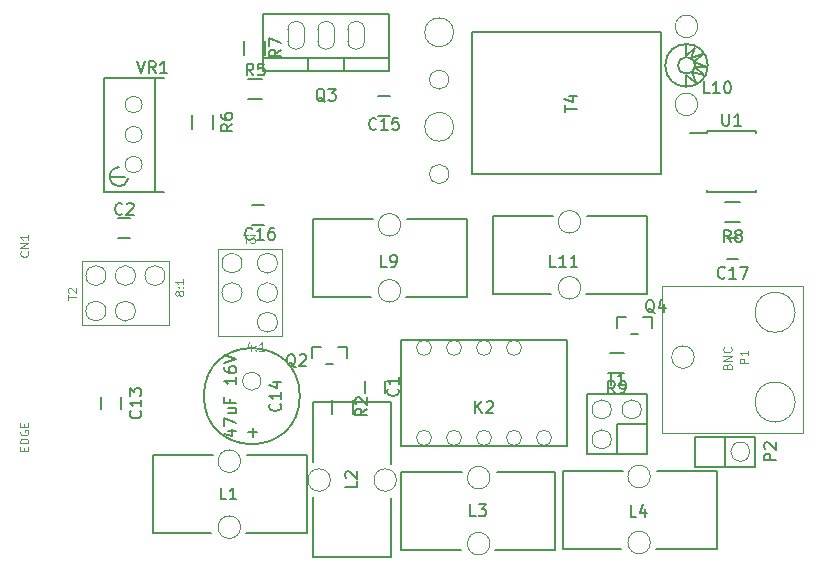
<source format=gto>
%FSLAX46Y46*%
G04 Gerber Fmt 4.6, Leading zero omitted, Abs format (unit mm)*
G04 Created by KiCad (PCBNEW (2014-10-27 BZR 5228)-product) date 13/01/2015 10:49:15*
%MOMM*%
G01*
G04 APERTURE LIST*
%ADD10C,0.100000*%
%ADD11C,0.150000*%
G04 APERTURE END LIST*
D10*
D11*
X158850000Y-69700000D02*
X158850000Y-68700000D01*
X157150000Y-68700000D02*
X157150000Y-69700000D01*
X137300000Y-54950000D02*
X136300000Y-54950000D01*
X136300000Y-56650000D02*
X137300000Y-56650000D01*
X136550000Y-71100000D02*
X136550000Y-70100000D01*
X134850000Y-70100000D02*
X134850000Y-71100000D01*
X151664000Y-70000000D02*
G75*
G03X151664000Y-70000000I-4064000J0D01*
G01*
X159300000Y-44550000D02*
X158300000Y-44550000D01*
X158300000Y-46250000D02*
X159300000Y-46250000D01*
X147600000Y-55550000D02*
X148600000Y-55550000D01*
X148600000Y-53850000D02*
X147600000Y-53850000D01*
X187800000Y-58350000D02*
X188800000Y-58350000D01*
X188800000Y-56650000D02*
X187800000Y-56650000D01*
X174259000Y-74223000D02*
X160259000Y-74223000D01*
X160259000Y-74223000D02*
X160259000Y-65223000D01*
X160259000Y-65223000D02*
X174259000Y-65223000D01*
X174259000Y-65223000D02*
X174259000Y-74223000D01*
X152300000Y-81604000D02*
X147093000Y-81604000D01*
X139219000Y-81604000D02*
X144172000Y-81604000D01*
X152300000Y-75000000D02*
X147220000Y-75000000D01*
X139219000Y-75000000D02*
X144299000Y-75000000D01*
X139219000Y-75000000D02*
X139219000Y-81604000D01*
X152300000Y-81604000D02*
X152300000Y-75000000D01*
X159404000Y-70500000D02*
X159404000Y-75707000D01*
X159404000Y-83581000D02*
X159404000Y-78628000D01*
X152800000Y-70500000D02*
X152800000Y-75580000D01*
X152800000Y-83581000D02*
X152800000Y-78501000D01*
X152800000Y-83581000D02*
X159404000Y-83581000D01*
X159404000Y-70500000D02*
X152800000Y-70500000D01*
X160200000Y-76396000D02*
X165407000Y-76396000D01*
X173281000Y-76396000D02*
X168328000Y-76396000D01*
X160200000Y-83000000D02*
X165280000Y-83000000D01*
X173281000Y-83000000D02*
X168201000Y-83000000D01*
X173281000Y-83000000D02*
X173281000Y-76396000D01*
X160200000Y-76396000D02*
X160200000Y-83000000D01*
X187000000Y-82904000D02*
X181793000Y-82904000D01*
X173919000Y-82904000D02*
X178872000Y-82904000D01*
X187000000Y-76300000D02*
X181920000Y-76300000D01*
X173919000Y-76300000D02*
X178999000Y-76300000D01*
X173919000Y-76300000D02*
X173919000Y-82904000D01*
X187000000Y-82904000D02*
X187000000Y-76300000D01*
X165862000Y-61595000D02*
X160655000Y-61595000D01*
X152781000Y-61595000D02*
X157734000Y-61595000D01*
X165862000Y-54991000D02*
X160782000Y-54991000D01*
X152781000Y-54991000D02*
X157861000Y-54991000D01*
X152781000Y-54991000D02*
X152781000Y-61595000D01*
X165862000Y-61595000D02*
X165862000Y-54991000D01*
X181102000Y-61341000D02*
X175895000Y-61341000D01*
X168021000Y-61341000D02*
X172974000Y-61341000D01*
X181102000Y-54737000D02*
X176022000Y-54737000D01*
X168021000Y-54737000D02*
X173101000Y-54737000D01*
X168021000Y-54737000D02*
X168021000Y-61341000D01*
X181102000Y-61341000D02*
X181102000Y-54737000D01*
D10*
X191900000Y-73100000D02*
X182300000Y-73100000D01*
X182300000Y-73100000D02*
X182300000Y-60700000D01*
X182300000Y-60700000D02*
X194300000Y-60700000D01*
X194300000Y-60700000D02*
X194300000Y-73100000D01*
X194300000Y-73100000D02*
X191900000Y-73100000D01*
D11*
X187700000Y-73430000D02*
X185160000Y-73430000D01*
X185160000Y-73430000D02*
X185160000Y-75970000D01*
X185160000Y-75970000D02*
X187700000Y-75970000D01*
X190240000Y-73430000D02*
X187700000Y-73430000D01*
X187700000Y-73430000D02*
X187700000Y-75970000D01*
X187700000Y-75970000D02*
X190240000Y-75970000D01*
X190240000Y-75970000D02*
X190240000Y-73430000D01*
X152678000Y-66748000D02*
X152678000Y-65848000D01*
X152678000Y-65848000D02*
X153478000Y-65848000D01*
X155678000Y-66748000D02*
X155678000Y-65848000D01*
X155678000Y-65848000D02*
X154878000Y-65848000D01*
X154478000Y-67248000D02*
X153878000Y-67248000D01*
X178500000Y-64200000D02*
X178500000Y-63300000D01*
X178500000Y-63300000D02*
X179300000Y-63300000D01*
X181500000Y-64200000D02*
X181500000Y-63300000D01*
X181500000Y-63300000D02*
X180700000Y-63300000D01*
X180300000Y-64700000D02*
X179700000Y-64700000D01*
X154425000Y-71500000D02*
X154425000Y-70300000D01*
X156175000Y-70300000D02*
X156175000Y-71500000D01*
X148500000Y-44875000D02*
X147300000Y-44875000D01*
X147300000Y-43125000D02*
X148500000Y-43125000D01*
X142525000Y-47400000D02*
X142525000Y-46200000D01*
X144275000Y-46200000D02*
X144275000Y-47400000D01*
X146925000Y-41100000D02*
X146925000Y-39900000D01*
X148675000Y-39900000D02*
X148675000Y-41100000D01*
X187700000Y-53525000D02*
X188900000Y-53525000D01*
X188900000Y-55275000D02*
X187700000Y-55275000D01*
X177900000Y-66325000D02*
X179100000Y-66325000D01*
X179100000Y-68075000D02*
X177900000Y-68075000D01*
X181040000Y-72400000D02*
X181040000Y-74940000D01*
X181040000Y-74940000D02*
X178500000Y-74940000D01*
X178500000Y-74940000D02*
X178500000Y-72400000D01*
X178500000Y-72400000D02*
X181040000Y-72400000D01*
X181040000Y-72400000D02*
X181040000Y-69860000D01*
X181040000Y-69860000D02*
X175960000Y-69860000D01*
X175960000Y-69860000D02*
X175960000Y-74940000D01*
X175960000Y-74940000D02*
X178500000Y-74940000D01*
D10*
X140600000Y-64000000D02*
X133200000Y-64000000D01*
X133200000Y-64000000D02*
X133200000Y-58600000D01*
X133200000Y-58600000D02*
X140600000Y-58600000D01*
X140600000Y-58600000D02*
X140600000Y-64000000D01*
X144723000Y-64941300D02*
X144723000Y-57541300D01*
X144723000Y-57541300D02*
X150123000Y-57541300D01*
X150123000Y-57541300D02*
X150123000Y-64941300D01*
X150123000Y-64941300D02*
X144723000Y-64941300D01*
D11*
X166261700Y-39199300D02*
X182261700Y-39199300D01*
X182261700Y-39199300D02*
X182261700Y-51199300D01*
X182261700Y-51199300D02*
X166261700Y-51199300D01*
X166261700Y-51199300D02*
X166261700Y-39199300D01*
X186126300Y-47564600D02*
X186126300Y-47709600D01*
X190276300Y-47564600D02*
X190276300Y-47709600D01*
X190276300Y-52714600D02*
X190276300Y-52569600D01*
X186126300Y-52714600D02*
X186126300Y-52569600D01*
X186126300Y-47564600D02*
X190276300Y-47564600D01*
X186126300Y-52714600D02*
X190276300Y-52714600D01*
X186126300Y-47709600D02*
X184726300Y-47709600D01*
X135568000Y-51416000D02*
X136838000Y-51416000D01*
X136317300Y-50628600D02*
X136063300Y-50666700D01*
X136063300Y-50666700D02*
X135783900Y-50844500D01*
X135783900Y-50844500D02*
X135568000Y-51162000D01*
X135568000Y-51162000D02*
X135555300Y-51606500D01*
X135555300Y-51606500D02*
X135758500Y-51962100D01*
X135758500Y-51962100D02*
X136050600Y-52139900D01*
X136050600Y-52139900D02*
X136368100Y-52190700D01*
X136368100Y-52190700D02*
X136774500Y-52089100D01*
X136774500Y-52089100D02*
X137028500Y-51746200D01*
X137028500Y-51746200D02*
X137117400Y-51568400D01*
X139378000Y-43034000D02*
X139378000Y-52686000D01*
X136330000Y-52686000D02*
X135060000Y-52686000D01*
X135060000Y-52686000D02*
X135060000Y-43034000D01*
X135060000Y-43034000D02*
X140140000Y-43034000D01*
X140140000Y-52686000D02*
X137600000Y-52686000D01*
X137600000Y-52686000D02*
X136330000Y-52686000D01*
X155417520Y-42499280D02*
X155417520Y-41356280D01*
X152369520Y-42499280D02*
X152369520Y-41356280D01*
X148559520Y-41356280D02*
X148559520Y-37673280D01*
X148559520Y-37673280D02*
X159227520Y-37673280D01*
X159227520Y-37673280D02*
X159227520Y-41356280D01*
X148559520Y-42499280D02*
X148559520Y-41356280D01*
X148559520Y-41356280D02*
X159227520Y-41356280D01*
X159227520Y-41356280D02*
X159227520Y-42499280D01*
X153893520Y-42499280D02*
X159227520Y-42499280D01*
X153893520Y-42499280D02*
X148559520Y-42499280D01*
X184400000Y-43800860D02*
X184400000Y-42800100D01*
X184400000Y-42800100D02*
X185200100Y-43501140D01*
X185200100Y-43501140D02*
X184900380Y-42599440D01*
X184900380Y-42599440D02*
X185901140Y-42800100D01*
X185901140Y-42800100D02*
X185101040Y-42099060D01*
X185101040Y-42099060D02*
X186099260Y-42099060D01*
X186099260Y-42099060D02*
X184999440Y-41700280D01*
X184999440Y-41700280D02*
X185799540Y-40999240D01*
X185799540Y-40999240D02*
X184798780Y-41400560D01*
X184798780Y-41400560D02*
X185101040Y-40498860D01*
X185101040Y-40498860D02*
X184400000Y-41199900D01*
X184400000Y-41199900D02*
X184400000Y-40300740D01*
X185101040Y-42000000D02*
G75*
G03X185101040Y-42000000I-701040J0D01*
G01*
X186200860Y-42000000D02*
G75*
G03X186200860Y-42000000I-1800860J0D01*
G01*
D10*
X148375500Y-68730000D02*
G75*
G03X148375500Y-68730000I-775500J0D01*
G01*
X170447500Y-65913000D02*
G75*
G03X170447500Y-65913000I-648500J0D01*
G01*
X167907500Y-65913000D02*
G75*
G03X167907500Y-65913000I-648500J0D01*
G01*
X165367500Y-65913000D02*
G75*
G03X165367500Y-65913000I-648500J0D01*
G01*
X162827500Y-65913000D02*
G75*
G03X162827500Y-65913000I-648500J0D01*
G01*
X162827500Y-73533000D02*
G75*
G03X162827500Y-73533000I-648500J0D01*
G01*
X165367500Y-73533000D02*
G75*
G03X165367500Y-73533000I-648500J0D01*
G01*
X167907500Y-73533000D02*
G75*
G03X167907500Y-73533000I-648500J0D01*
G01*
X170447500Y-73533000D02*
G75*
G03X170447500Y-73533000I-648500J0D01*
G01*
X172987500Y-73533000D02*
G75*
G03X172987500Y-73533000I-648500J0D01*
G01*
X146645490Y-75508000D02*
G75*
G03X146645490Y-75508000I-949490J0D01*
G01*
X146645490Y-81096000D02*
G75*
G03X146645490Y-81096000I-949490J0D01*
G01*
X154257490Y-77104000D02*
G75*
G03X154257490Y-77104000I-949490J0D01*
G01*
X159845490Y-77104000D02*
G75*
G03X159845490Y-77104000I-949490J0D01*
G01*
X167753490Y-82492000D02*
G75*
G03X167753490Y-82492000I-949490J0D01*
G01*
X167753490Y-76904000D02*
G75*
G03X167753490Y-76904000I-949490J0D01*
G01*
X181345490Y-76808000D02*
G75*
G03X181345490Y-76808000I-949490J0D01*
G01*
X181345490Y-82396000D02*
G75*
G03X181345490Y-82396000I-949490J0D01*
G01*
X160207490Y-55499000D02*
G75*
G03X160207490Y-55499000I-949490J0D01*
G01*
X160207490Y-61087000D02*
G75*
G03X160207490Y-61087000I-949490J0D01*
G01*
X175447490Y-55245000D02*
G75*
G03X175447490Y-55245000I-949490J0D01*
G01*
X175447490Y-60833000D02*
G75*
G03X175447490Y-60833000I-949490J0D01*
G01*
X193600000Y-70500000D02*
G75*
G03X193600000Y-70500000I-1700000J0D01*
G01*
X193600000Y-62900000D02*
G75*
G03X193600000Y-62900000I-1700000J0D01*
G01*
X185050000Y-66700000D02*
G75*
G03X185050000Y-66700000I-950000J0D01*
G01*
X188970000Y-73886400D02*
X188970000Y-73886400D01*
X188970000Y-75513600D02*
X188970000Y-75513600D01*
X188970000Y-73886400D02*
G75*
G03X188970000Y-75513600I0J-813600D01*
G01*
X188970000Y-75513600D02*
G75*
G03X188970000Y-73886400I0J813600D01*
G01*
X180583600Y-71130000D02*
X180583600Y-71130000D01*
X178956400Y-71130000D02*
X178956400Y-71130000D01*
X180583600Y-71130000D02*
G75*
G03X178956400Y-71130000I-813600J0D01*
G01*
X178956400Y-71130000D02*
G75*
G03X180583600Y-71130000I813600J0D01*
G01*
X178043600Y-73670000D02*
X178043600Y-73670000D01*
X176416400Y-73670000D02*
X176416400Y-73670000D01*
X178043600Y-73670000D02*
G75*
G03X176416400Y-73670000I-813600J0D01*
G01*
X176416400Y-73670000D02*
G75*
G03X178043600Y-73670000I813600J0D01*
G01*
X178043600Y-71130000D02*
X178043600Y-71130000D01*
X176416400Y-71130000D02*
X176416400Y-71130000D01*
X178043600Y-71130000D02*
G75*
G03X176416400Y-71130000I-813600J0D01*
G01*
X176416400Y-71130000D02*
G75*
G03X178043600Y-71130000I813600J0D01*
G01*
X137750000Y-62800000D02*
G75*
G03X137750000Y-62800000I-850000J0D01*
G01*
X140250000Y-59800000D02*
G75*
G03X140250000Y-59800000I-850000J0D01*
G01*
X135250000Y-62800000D02*
G75*
G03X135250000Y-62800000I-850000J0D01*
G01*
X135250000Y-59800000D02*
G75*
G03X135250000Y-59800000I-850000J0D01*
G01*
X137750000Y-59800000D02*
G75*
G03X137750000Y-59800000I-850000J0D01*
G01*
X146773000Y-61241300D02*
G75*
G03X146773000Y-61241300I-850000J0D01*
G01*
X149773000Y-63741300D02*
G75*
G03X149773000Y-63741300I-850000J0D01*
G01*
X146773000Y-58741300D02*
G75*
G03X146773000Y-58741300I-850000J0D01*
G01*
X149773000Y-58741300D02*
G75*
G03X149773000Y-58741300I-850000J0D01*
G01*
X149773000Y-61241300D02*
G75*
G03X149773000Y-61241300I-850000J0D01*
G01*
X164681700Y-39199300D02*
G75*
G03X164681700Y-39199300I-1220000J0D01*
G01*
X164275300Y-43199300D02*
G75*
G03X164275300Y-43199300I-813600J0D01*
G01*
X164681700Y-47199300D02*
G75*
G03X164681700Y-47199300I-1220000J0D01*
G01*
X164275300Y-51199300D02*
G75*
G03X164275300Y-51199300I-813600J0D01*
G01*
X138312000Y-47860000D02*
G75*
G03X138312000Y-47860000I-712000J0D01*
G01*
X138312000Y-45320000D02*
G75*
G03X138312000Y-45320000I-712000J0D01*
G01*
X138312000Y-50400000D02*
G75*
G03X138312000Y-50400000I-712000J0D01*
G01*
X153192950Y-38952170D02*
X153192950Y-39950390D01*
X154594090Y-38952170D02*
X154594090Y-39950390D01*
X153192950Y-39950390D02*
G75*
G03X154594090Y-39950390I700570J0D01*
G01*
X154594090Y-38952170D02*
G75*
G03X153192950Y-38952170I-700570J0D01*
G01*
X155732950Y-38952170D02*
X155732950Y-39950390D01*
X157134090Y-38952170D02*
X157134090Y-39950390D01*
X155732950Y-39950390D02*
G75*
G03X157134090Y-39950390I700570J0D01*
G01*
X157134090Y-38952170D02*
G75*
G03X155732950Y-38952170I-700570J0D01*
G01*
X150652950Y-38952170D02*
X150652950Y-39950390D01*
X152054090Y-38952170D02*
X152054090Y-39950390D01*
X150652950Y-39950390D02*
G75*
G03X152054090Y-39950390I700570J0D01*
G01*
X152054090Y-38952170D02*
G75*
G03X150652950Y-38952170I-700570J0D01*
G01*
X185349490Y-45299460D02*
G75*
G03X185349490Y-45299460I-949490J0D01*
G01*
X185349490Y-38700540D02*
G75*
G03X185349490Y-38700540I-949490J0D01*
G01*
D11*
X159957143Y-69366666D02*
X160004762Y-69414285D01*
X160052381Y-69557142D01*
X160052381Y-69652380D01*
X160004762Y-69795238D01*
X159909524Y-69890476D01*
X159814286Y-69938095D01*
X159623810Y-69985714D01*
X159480952Y-69985714D01*
X159290476Y-69938095D01*
X159195238Y-69890476D01*
X159100000Y-69795238D01*
X159052381Y-69652380D01*
X159052381Y-69557142D01*
X159100000Y-69414285D01*
X159147619Y-69366666D01*
X160052381Y-68414285D02*
X160052381Y-68985714D01*
X160052381Y-68700000D02*
X159052381Y-68700000D01*
X159195238Y-68795238D01*
X159290476Y-68890476D01*
X159338095Y-68985714D01*
X136633334Y-54557143D02*
X136585715Y-54604762D01*
X136442858Y-54652381D01*
X136347620Y-54652381D01*
X136204762Y-54604762D01*
X136109524Y-54509524D01*
X136061905Y-54414286D01*
X136014286Y-54223810D01*
X136014286Y-54080952D01*
X136061905Y-53890476D01*
X136109524Y-53795238D01*
X136204762Y-53700000D01*
X136347620Y-53652381D01*
X136442858Y-53652381D01*
X136585715Y-53700000D01*
X136633334Y-53747619D01*
X137014286Y-53747619D02*
X137061905Y-53700000D01*
X137157143Y-53652381D01*
X137395239Y-53652381D01*
X137490477Y-53700000D01*
X137538096Y-53747619D01*
X137585715Y-53842857D01*
X137585715Y-53938095D01*
X137538096Y-54080952D01*
X136966667Y-54652381D01*
X137585715Y-54652381D01*
X138157143Y-71242857D02*
X138204762Y-71290476D01*
X138252381Y-71433333D01*
X138252381Y-71528571D01*
X138204762Y-71671429D01*
X138109524Y-71766667D01*
X138014286Y-71814286D01*
X137823810Y-71861905D01*
X137680952Y-71861905D01*
X137490476Y-71814286D01*
X137395238Y-71766667D01*
X137300000Y-71671429D01*
X137252381Y-71528571D01*
X137252381Y-71433333D01*
X137300000Y-71290476D01*
X137347619Y-71242857D01*
X138252381Y-70290476D02*
X138252381Y-70861905D01*
X138252381Y-70576191D02*
X137252381Y-70576191D01*
X137395238Y-70671429D01*
X137490476Y-70766667D01*
X137538095Y-70861905D01*
X137252381Y-69957143D02*
X137252381Y-69338095D01*
X137633333Y-69671429D01*
X137633333Y-69528571D01*
X137680952Y-69433333D01*
X137728571Y-69385714D01*
X137823810Y-69338095D01*
X138061905Y-69338095D01*
X138157143Y-69385714D01*
X138204762Y-69433333D01*
X138252381Y-69528571D01*
X138252381Y-69814286D01*
X138204762Y-69909524D01*
X138157143Y-69957143D01*
X149989143Y-70642857D02*
X150036762Y-70690476D01*
X150084381Y-70833333D01*
X150084381Y-70928571D01*
X150036762Y-71071429D01*
X149941524Y-71166667D01*
X149846286Y-71214286D01*
X149655810Y-71261905D01*
X149512952Y-71261905D01*
X149322476Y-71214286D01*
X149227238Y-71166667D01*
X149132000Y-71071429D01*
X149084381Y-70928571D01*
X149084381Y-70833333D01*
X149132000Y-70690476D01*
X149179619Y-70642857D01*
X150084381Y-69690476D02*
X150084381Y-70261905D01*
X150084381Y-69976191D02*
X149084381Y-69976191D01*
X149227238Y-70071429D01*
X149322476Y-70166667D01*
X149370095Y-70261905D01*
X149417714Y-68833333D02*
X150084381Y-68833333D01*
X149036762Y-69071429D02*
X149751048Y-69309524D01*
X149751048Y-68690476D01*
X145610254Y-72928571D02*
X146276921Y-72928571D01*
X145229302Y-73166667D02*
X145943588Y-73404762D01*
X145943588Y-72785714D01*
X145276921Y-72500000D02*
X145276921Y-71833333D01*
X146276921Y-72261905D01*
X145610254Y-71023809D02*
X146276921Y-71023809D01*
X145610254Y-71452381D02*
X146134064Y-71452381D01*
X146229302Y-71404762D01*
X146276921Y-71309524D01*
X146276921Y-71166666D01*
X146229302Y-71071428D01*
X146181683Y-71023809D01*
X145753111Y-70214285D02*
X145753111Y-70547619D01*
X146276921Y-70547619D02*
X145276921Y-70547619D01*
X145276921Y-70071428D01*
X146276921Y-68404761D02*
X146276921Y-68976190D01*
X146276921Y-68690476D02*
X145276921Y-68690476D01*
X145419778Y-68785714D01*
X145515016Y-68880952D01*
X145562635Y-68976190D01*
X145276921Y-67547618D02*
X145276921Y-67738095D01*
X145324540Y-67833333D01*
X145372159Y-67880952D01*
X145515016Y-67976190D01*
X145705492Y-68023809D01*
X146086445Y-68023809D01*
X146181683Y-67976190D01*
X146229302Y-67928571D01*
X146276921Y-67833333D01*
X146276921Y-67642856D01*
X146229302Y-67547618D01*
X146181683Y-67499999D01*
X146086445Y-67452380D01*
X145848350Y-67452380D01*
X145753111Y-67499999D01*
X145705492Y-67547618D01*
X145657873Y-67642856D01*
X145657873Y-67833333D01*
X145705492Y-67928571D01*
X145753111Y-67976190D01*
X145848350Y-68023809D01*
X145276921Y-67166666D02*
X146276921Y-66833333D01*
X145276921Y-66499999D01*
X147671429Y-73426412D02*
X147671429Y-72664507D01*
X148052381Y-73045459D02*
X147290476Y-73045459D01*
X158157143Y-47357143D02*
X158109524Y-47404762D01*
X157966667Y-47452381D01*
X157871429Y-47452381D01*
X157728571Y-47404762D01*
X157633333Y-47309524D01*
X157585714Y-47214286D01*
X157538095Y-47023810D01*
X157538095Y-46880952D01*
X157585714Y-46690476D01*
X157633333Y-46595238D01*
X157728571Y-46500000D01*
X157871429Y-46452381D01*
X157966667Y-46452381D01*
X158109524Y-46500000D01*
X158157143Y-46547619D01*
X159109524Y-47452381D02*
X158538095Y-47452381D01*
X158823809Y-47452381D02*
X158823809Y-46452381D01*
X158728571Y-46595238D01*
X158633333Y-46690476D01*
X158538095Y-46738095D01*
X160014286Y-46452381D02*
X159538095Y-46452381D01*
X159490476Y-46928571D01*
X159538095Y-46880952D01*
X159633333Y-46833333D01*
X159871429Y-46833333D01*
X159966667Y-46880952D01*
X160014286Y-46928571D01*
X160061905Y-47023810D01*
X160061905Y-47261905D01*
X160014286Y-47357143D01*
X159966667Y-47404762D01*
X159871429Y-47452381D01*
X159633333Y-47452381D01*
X159538095Y-47404762D01*
X159490476Y-47357143D01*
X147657143Y-56657143D02*
X147609524Y-56704762D01*
X147466667Y-56752381D01*
X147371429Y-56752381D01*
X147228571Y-56704762D01*
X147133333Y-56609524D01*
X147085714Y-56514286D01*
X147038095Y-56323810D01*
X147038095Y-56180952D01*
X147085714Y-55990476D01*
X147133333Y-55895238D01*
X147228571Y-55800000D01*
X147371429Y-55752381D01*
X147466667Y-55752381D01*
X147609524Y-55800000D01*
X147657143Y-55847619D01*
X148609524Y-56752381D02*
X148038095Y-56752381D01*
X148323809Y-56752381D02*
X148323809Y-55752381D01*
X148228571Y-55895238D01*
X148133333Y-55990476D01*
X148038095Y-56038095D01*
X149466667Y-55752381D02*
X149276190Y-55752381D01*
X149180952Y-55800000D01*
X149133333Y-55847619D01*
X149038095Y-55990476D01*
X148990476Y-56180952D01*
X148990476Y-56561905D01*
X149038095Y-56657143D01*
X149085714Y-56704762D01*
X149180952Y-56752381D01*
X149371429Y-56752381D01*
X149466667Y-56704762D01*
X149514286Y-56657143D01*
X149561905Y-56561905D01*
X149561905Y-56323810D01*
X149514286Y-56228571D01*
X149466667Y-56180952D01*
X149371429Y-56133333D01*
X149180952Y-56133333D01*
X149085714Y-56180952D01*
X149038095Y-56228571D01*
X148990476Y-56323810D01*
X187657143Y-59957143D02*
X187609524Y-60004762D01*
X187466667Y-60052381D01*
X187371429Y-60052381D01*
X187228571Y-60004762D01*
X187133333Y-59909524D01*
X187085714Y-59814286D01*
X187038095Y-59623810D01*
X187038095Y-59480952D01*
X187085714Y-59290476D01*
X187133333Y-59195238D01*
X187228571Y-59100000D01*
X187371429Y-59052381D01*
X187466667Y-59052381D01*
X187609524Y-59100000D01*
X187657143Y-59147619D01*
X188609524Y-60052381D02*
X188038095Y-60052381D01*
X188323809Y-60052381D02*
X188323809Y-59052381D01*
X188228571Y-59195238D01*
X188133333Y-59290476D01*
X188038095Y-59338095D01*
X188942857Y-59052381D02*
X189609524Y-59052381D01*
X189180952Y-60052381D01*
D10*
X128624560Y-57751533D02*
X128657893Y-57784867D01*
X128691227Y-57884867D01*
X128691227Y-57951533D01*
X128657893Y-58051533D01*
X128591227Y-58118200D01*
X128524560Y-58151533D01*
X128391227Y-58184867D01*
X128291227Y-58184867D01*
X128157893Y-58151533D01*
X128091227Y-58118200D01*
X128024560Y-58051533D01*
X127991227Y-57951533D01*
X127991227Y-57884867D01*
X128024560Y-57784867D01*
X128057893Y-57751533D01*
X128691227Y-57451533D02*
X127991227Y-57451533D01*
X128691227Y-57051533D01*
X127991227Y-57051533D01*
X128691227Y-56351534D02*
X128691227Y-56751534D01*
X128691227Y-56551534D02*
X127991227Y-56551534D01*
X128091227Y-56618200D01*
X128157893Y-56684867D01*
X128191227Y-56751534D01*
X128324560Y-74634866D02*
X128324560Y-74401533D01*
X128691227Y-74301533D02*
X128691227Y-74634866D01*
X127991227Y-74634866D01*
X127991227Y-74301533D01*
X128691227Y-74001533D02*
X127991227Y-74001533D01*
X127991227Y-73834867D01*
X128024560Y-73734867D01*
X128091227Y-73668200D01*
X128157893Y-73634867D01*
X128291227Y-73601533D01*
X128391227Y-73601533D01*
X128524560Y-73634867D01*
X128591227Y-73668200D01*
X128657893Y-73734867D01*
X128691227Y-73834867D01*
X128691227Y-74001533D01*
X128024560Y-72934867D02*
X127991227Y-73001533D01*
X127991227Y-73101533D01*
X128024560Y-73201533D01*
X128091227Y-73268200D01*
X128157893Y-73301533D01*
X128291227Y-73334867D01*
X128391227Y-73334867D01*
X128524560Y-73301533D01*
X128591227Y-73268200D01*
X128657893Y-73201533D01*
X128691227Y-73101533D01*
X128691227Y-73034867D01*
X128657893Y-72934867D01*
X128624560Y-72901533D01*
X128391227Y-72901533D01*
X128391227Y-73034867D01*
X128324560Y-72601533D02*
X128324560Y-72368200D01*
X128691227Y-72268200D02*
X128691227Y-72601533D01*
X127991227Y-72601533D01*
X127991227Y-72268200D01*
D11*
X166520905Y-71445381D02*
X166520905Y-70445381D01*
X167092334Y-71445381D02*
X166663762Y-70873952D01*
X167092334Y-70445381D02*
X166520905Y-71016810D01*
X167473286Y-70540619D02*
X167520905Y-70493000D01*
X167616143Y-70445381D01*
X167854239Y-70445381D01*
X167949477Y-70493000D01*
X167997096Y-70540619D01*
X168044715Y-70635857D01*
X168044715Y-70731095D01*
X167997096Y-70873952D01*
X167425667Y-71445381D01*
X168044715Y-71445381D01*
X145433334Y-78752381D02*
X144957143Y-78752381D01*
X144957143Y-77752381D01*
X146290477Y-78752381D02*
X145719048Y-78752381D01*
X146004762Y-78752381D02*
X146004762Y-77752381D01*
X145909524Y-77895238D01*
X145814286Y-77990476D01*
X145719048Y-78038095D01*
X156488341Y-77230026D02*
X156488341Y-77706217D01*
X155488341Y-77706217D01*
X155583579Y-76944312D02*
X155535960Y-76896693D01*
X155488341Y-76801455D01*
X155488341Y-76563359D01*
X155535960Y-76468121D01*
X155583579Y-76420502D01*
X155678817Y-76372883D01*
X155774055Y-76372883D01*
X155916912Y-76420502D01*
X156488341Y-76991931D01*
X156488341Y-76372883D01*
X166556054Y-80160541D02*
X166079863Y-80160541D01*
X166079863Y-79160541D01*
X166794149Y-79160541D02*
X167413197Y-79160541D01*
X167079863Y-79541493D01*
X167222721Y-79541493D01*
X167317959Y-79589112D01*
X167365578Y-79636731D01*
X167413197Y-79731970D01*
X167413197Y-79970065D01*
X167365578Y-80065303D01*
X167317959Y-80112922D01*
X167222721Y-80160541D01*
X166937006Y-80160541D01*
X166841768Y-80112922D01*
X166794149Y-80065303D01*
X180158214Y-80201701D02*
X179682023Y-80201701D01*
X179682023Y-79201701D01*
X180920119Y-79535034D02*
X180920119Y-80201701D01*
X180682023Y-79154082D02*
X180443928Y-79868368D01*
X181062976Y-79868368D01*
X159033334Y-59052381D02*
X158557143Y-59052381D01*
X158557143Y-58052381D01*
X159414286Y-59052381D02*
X159604762Y-59052381D01*
X159700001Y-59004762D01*
X159747620Y-58957143D01*
X159842858Y-58814286D01*
X159890477Y-58623810D01*
X159890477Y-58242857D01*
X159842858Y-58147619D01*
X159795239Y-58100000D01*
X159700001Y-58052381D01*
X159509524Y-58052381D01*
X159414286Y-58100000D01*
X159366667Y-58147619D01*
X159319048Y-58242857D01*
X159319048Y-58480952D01*
X159366667Y-58576190D01*
X159414286Y-58623810D01*
X159509524Y-58671429D01*
X159700001Y-58671429D01*
X159795239Y-58623810D01*
X159842858Y-58576190D01*
X159890477Y-58480952D01*
X173357143Y-59052381D02*
X172880952Y-59052381D01*
X172880952Y-58052381D01*
X174214286Y-59052381D02*
X173642857Y-59052381D01*
X173928571Y-59052381D02*
X173928571Y-58052381D01*
X173833333Y-58195238D01*
X173738095Y-58290476D01*
X173642857Y-58338095D01*
X175166667Y-59052381D02*
X174595238Y-59052381D01*
X174880952Y-59052381D02*
X174880952Y-58052381D01*
X174785714Y-58195238D01*
X174690476Y-58290476D01*
X174595238Y-58338095D01*
D10*
X189616667Y-67216666D02*
X188916667Y-67216666D01*
X188916667Y-66950000D01*
X188950000Y-66883333D01*
X188983333Y-66850000D01*
X189050000Y-66816666D01*
X189150000Y-66816666D01*
X189216667Y-66850000D01*
X189250000Y-66883333D01*
X189283333Y-66950000D01*
X189283333Y-67216666D01*
X189616667Y-66150000D02*
X189616667Y-66550000D01*
X189616667Y-66350000D02*
X188916667Y-66350000D01*
X189016667Y-66416666D01*
X189083333Y-66483333D01*
X189116667Y-66550000D01*
X187850000Y-67466666D02*
X187883333Y-67366666D01*
X187916667Y-67333333D01*
X187983333Y-67299999D01*
X188083333Y-67299999D01*
X188150000Y-67333333D01*
X188183333Y-67366666D01*
X188216667Y-67433333D01*
X188216667Y-67699999D01*
X187516667Y-67699999D01*
X187516667Y-67466666D01*
X187550000Y-67399999D01*
X187583333Y-67366666D01*
X187650000Y-67333333D01*
X187716667Y-67333333D01*
X187783333Y-67366666D01*
X187816667Y-67399999D01*
X187850000Y-67466666D01*
X187850000Y-67699999D01*
X188216667Y-66999999D02*
X187516667Y-66999999D01*
X188216667Y-66599999D01*
X187516667Y-66599999D01*
X188150000Y-65866666D02*
X188183333Y-65900000D01*
X188216667Y-66000000D01*
X188216667Y-66066666D01*
X188183333Y-66166666D01*
X188116667Y-66233333D01*
X188050000Y-66266666D01*
X187916667Y-66300000D01*
X187816667Y-66300000D01*
X187683333Y-66266666D01*
X187616667Y-66233333D01*
X187550000Y-66166666D01*
X187516667Y-66066666D01*
X187516667Y-66000000D01*
X187550000Y-65900000D01*
X187583333Y-65866666D01*
D11*
X191962381Y-75438095D02*
X190962381Y-75438095D01*
X190962381Y-75057142D01*
X191010000Y-74961904D01*
X191057619Y-74914285D01*
X191152857Y-74866666D01*
X191295714Y-74866666D01*
X191390952Y-74914285D01*
X191438571Y-74961904D01*
X191486190Y-75057142D01*
X191486190Y-75438095D01*
X191057619Y-74485714D02*
X191010000Y-74438095D01*
X190962381Y-74342857D01*
X190962381Y-74104761D01*
X191010000Y-74009523D01*
X191057619Y-73961904D01*
X191152857Y-73914285D01*
X191248095Y-73914285D01*
X191390952Y-73961904D01*
X191962381Y-74533333D01*
X191962381Y-73914285D01*
X151304762Y-67547619D02*
X151209524Y-67500000D01*
X151114286Y-67404762D01*
X150971429Y-67261905D01*
X150876190Y-67214286D01*
X150780952Y-67214286D01*
X150828571Y-67452381D02*
X150733333Y-67404762D01*
X150638095Y-67309524D01*
X150590476Y-67119048D01*
X150590476Y-66785714D01*
X150638095Y-66595238D01*
X150733333Y-66500000D01*
X150828571Y-66452381D01*
X151019048Y-66452381D01*
X151114286Y-66500000D01*
X151209524Y-66595238D01*
X151257143Y-66785714D01*
X151257143Y-67119048D01*
X151209524Y-67309524D01*
X151114286Y-67404762D01*
X151019048Y-67452381D01*
X150828571Y-67452381D01*
X151638095Y-66547619D02*
X151685714Y-66500000D01*
X151780952Y-66452381D01*
X152019048Y-66452381D01*
X152114286Y-66500000D01*
X152161905Y-66547619D01*
X152209524Y-66642857D01*
X152209524Y-66738095D01*
X152161905Y-66880952D01*
X151590476Y-67452381D01*
X152209524Y-67452381D01*
X181704762Y-62947619D02*
X181609524Y-62900000D01*
X181514286Y-62804762D01*
X181371429Y-62661905D01*
X181276190Y-62614286D01*
X181180952Y-62614286D01*
X181228571Y-62852381D02*
X181133333Y-62804762D01*
X181038095Y-62709524D01*
X180990476Y-62519048D01*
X180990476Y-62185714D01*
X181038095Y-61995238D01*
X181133333Y-61900000D01*
X181228571Y-61852381D01*
X181419048Y-61852381D01*
X181514286Y-61900000D01*
X181609524Y-61995238D01*
X181657143Y-62185714D01*
X181657143Y-62519048D01*
X181609524Y-62709524D01*
X181514286Y-62804762D01*
X181419048Y-62852381D01*
X181228571Y-62852381D01*
X182514286Y-62185714D02*
X182514286Y-62852381D01*
X182276190Y-61804762D02*
X182038095Y-62519048D01*
X182657143Y-62519048D01*
X157352381Y-71066666D02*
X156876190Y-71400000D01*
X157352381Y-71638095D02*
X156352381Y-71638095D01*
X156352381Y-71257142D01*
X156400000Y-71161904D01*
X156447619Y-71114285D01*
X156542857Y-71066666D01*
X156685714Y-71066666D01*
X156780952Y-71114285D01*
X156828571Y-71161904D01*
X156876190Y-71257142D01*
X156876190Y-71638095D01*
X156447619Y-70685714D02*
X156400000Y-70638095D01*
X156352381Y-70542857D01*
X156352381Y-70304761D01*
X156400000Y-70209523D01*
X156447619Y-70161904D01*
X156542857Y-70114285D01*
X156638095Y-70114285D01*
X156780952Y-70161904D01*
X157352381Y-70733333D01*
X157352381Y-70114285D01*
X147733334Y-42852381D02*
X147400000Y-42376190D01*
X147161905Y-42852381D02*
X147161905Y-41852381D01*
X147542858Y-41852381D01*
X147638096Y-41900000D01*
X147685715Y-41947619D01*
X147733334Y-42042857D01*
X147733334Y-42185714D01*
X147685715Y-42280952D01*
X147638096Y-42328571D01*
X147542858Y-42376190D01*
X147161905Y-42376190D01*
X148638096Y-41852381D02*
X148161905Y-41852381D01*
X148114286Y-42328571D01*
X148161905Y-42280952D01*
X148257143Y-42233333D01*
X148495239Y-42233333D01*
X148590477Y-42280952D01*
X148638096Y-42328571D01*
X148685715Y-42423810D01*
X148685715Y-42661905D01*
X148638096Y-42757143D01*
X148590477Y-42804762D01*
X148495239Y-42852381D01*
X148257143Y-42852381D01*
X148161905Y-42804762D01*
X148114286Y-42757143D01*
X145952381Y-46966666D02*
X145476190Y-47300000D01*
X145952381Y-47538095D02*
X144952381Y-47538095D01*
X144952381Y-47157142D01*
X145000000Y-47061904D01*
X145047619Y-47014285D01*
X145142857Y-46966666D01*
X145285714Y-46966666D01*
X145380952Y-47014285D01*
X145428571Y-47061904D01*
X145476190Y-47157142D01*
X145476190Y-47538095D01*
X144952381Y-46109523D02*
X144952381Y-46300000D01*
X145000000Y-46395238D01*
X145047619Y-46442857D01*
X145190476Y-46538095D01*
X145380952Y-46585714D01*
X145761905Y-46585714D01*
X145857143Y-46538095D01*
X145904762Y-46490476D01*
X145952381Y-46395238D01*
X145952381Y-46204761D01*
X145904762Y-46109523D01*
X145857143Y-46061904D01*
X145761905Y-46014285D01*
X145523810Y-46014285D01*
X145428571Y-46061904D01*
X145380952Y-46109523D01*
X145333333Y-46204761D01*
X145333333Y-46395238D01*
X145380952Y-46490476D01*
X145428571Y-46538095D01*
X145523810Y-46585714D01*
X150052381Y-40666666D02*
X149576190Y-41000000D01*
X150052381Y-41238095D02*
X149052381Y-41238095D01*
X149052381Y-40857142D01*
X149100000Y-40761904D01*
X149147619Y-40714285D01*
X149242857Y-40666666D01*
X149385714Y-40666666D01*
X149480952Y-40714285D01*
X149528571Y-40761904D01*
X149576190Y-40857142D01*
X149576190Y-41238095D01*
X149052381Y-40333333D02*
X149052381Y-39666666D01*
X150052381Y-40095238D01*
X188133334Y-56952381D02*
X187800000Y-56476190D01*
X187561905Y-56952381D02*
X187561905Y-55952381D01*
X187942858Y-55952381D01*
X188038096Y-56000000D01*
X188085715Y-56047619D01*
X188133334Y-56142857D01*
X188133334Y-56285714D01*
X188085715Y-56380952D01*
X188038096Y-56428571D01*
X187942858Y-56476190D01*
X187561905Y-56476190D01*
X188704762Y-56380952D02*
X188609524Y-56333333D01*
X188561905Y-56285714D01*
X188514286Y-56190476D01*
X188514286Y-56142857D01*
X188561905Y-56047619D01*
X188609524Y-56000000D01*
X188704762Y-55952381D01*
X188895239Y-55952381D01*
X188990477Y-56000000D01*
X189038096Y-56047619D01*
X189085715Y-56142857D01*
X189085715Y-56190476D01*
X189038096Y-56285714D01*
X188990477Y-56333333D01*
X188895239Y-56380952D01*
X188704762Y-56380952D01*
X188609524Y-56428571D01*
X188561905Y-56476190D01*
X188514286Y-56571429D01*
X188514286Y-56761905D01*
X188561905Y-56857143D01*
X188609524Y-56904762D01*
X188704762Y-56952381D01*
X188895239Y-56952381D01*
X188990477Y-56904762D01*
X189038096Y-56857143D01*
X189085715Y-56761905D01*
X189085715Y-56571429D01*
X189038096Y-56476190D01*
X188990477Y-56428571D01*
X188895239Y-56380952D01*
X178333334Y-69752381D02*
X178000000Y-69276190D01*
X177761905Y-69752381D02*
X177761905Y-68752381D01*
X178142858Y-68752381D01*
X178238096Y-68800000D01*
X178285715Y-68847619D01*
X178333334Y-68942857D01*
X178333334Y-69085714D01*
X178285715Y-69180952D01*
X178238096Y-69228571D01*
X178142858Y-69276190D01*
X177761905Y-69276190D01*
X178809524Y-69752381D02*
X179000000Y-69752381D01*
X179095239Y-69704762D01*
X179142858Y-69657143D01*
X179238096Y-69514286D01*
X179285715Y-69323810D01*
X179285715Y-68942857D01*
X179238096Y-68847619D01*
X179190477Y-68800000D01*
X179095239Y-68752381D01*
X178904762Y-68752381D01*
X178809524Y-68800000D01*
X178761905Y-68847619D01*
X178714286Y-68942857D01*
X178714286Y-69180952D01*
X178761905Y-69276190D01*
X178809524Y-69323810D01*
X178904762Y-69371429D01*
X179095239Y-69371429D01*
X179190477Y-69323810D01*
X179238096Y-69276190D01*
X179285715Y-69180952D01*
X177738095Y-68042381D02*
X178309524Y-68042381D01*
X178023809Y-69042381D02*
X178023809Y-68042381D01*
X179166667Y-69042381D02*
X178595238Y-69042381D01*
X178880952Y-69042381D02*
X178880952Y-68042381D01*
X178785714Y-68185238D01*
X178690476Y-68280476D01*
X178595238Y-68328095D01*
D10*
X132016667Y-61833333D02*
X132016667Y-61433333D01*
X132716667Y-61633333D02*
X132016667Y-61633333D01*
X132083333Y-61233334D02*
X132050000Y-61200000D01*
X132016667Y-61133334D01*
X132016667Y-60966667D01*
X132050000Y-60900000D01*
X132083333Y-60866667D01*
X132150000Y-60833334D01*
X132216667Y-60833334D01*
X132316667Y-60866667D01*
X132716667Y-61266667D01*
X132716667Y-60833334D01*
X141416667Y-61366666D02*
X141383333Y-61433333D01*
X141350000Y-61466666D01*
X141283333Y-61500000D01*
X141250000Y-61500000D01*
X141183333Y-61466666D01*
X141150000Y-61433333D01*
X141116667Y-61366666D01*
X141116667Y-61233333D01*
X141150000Y-61166666D01*
X141183333Y-61133333D01*
X141250000Y-61100000D01*
X141283333Y-61100000D01*
X141350000Y-61133333D01*
X141383333Y-61166666D01*
X141416667Y-61233333D01*
X141416667Y-61366666D01*
X141450000Y-61433333D01*
X141483333Y-61466666D01*
X141550000Y-61500000D01*
X141683333Y-61500000D01*
X141750000Y-61466666D01*
X141783333Y-61433333D01*
X141816667Y-61366666D01*
X141816667Y-61233333D01*
X141783333Y-61166666D01*
X141750000Y-61133333D01*
X141683333Y-61100000D01*
X141550000Y-61100000D01*
X141483333Y-61133333D01*
X141450000Y-61166666D01*
X141416667Y-61233333D01*
X141750000Y-60799999D02*
X141783333Y-60766666D01*
X141816667Y-60799999D01*
X141783333Y-60833333D01*
X141750000Y-60799999D01*
X141816667Y-60799999D01*
X141383333Y-60799999D02*
X141416667Y-60766666D01*
X141450000Y-60799999D01*
X141416667Y-60833333D01*
X141383333Y-60799999D01*
X141450000Y-60799999D01*
X141816667Y-60100000D02*
X141816667Y-60500000D01*
X141816667Y-60300000D02*
X141116667Y-60300000D01*
X141216667Y-60366666D01*
X141283333Y-60433333D01*
X141316667Y-60500000D01*
X146889667Y-56357967D02*
X147289667Y-56357967D01*
X147089667Y-57057967D02*
X147089667Y-56357967D01*
X147456333Y-56357967D02*
X147889666Y-56357967D01*
X147656333Y-56624633D01*
X147756333Y-56624633D01*
X147823000Y-56657967D01*
X147856333Y-56691300D01*
X147889666Y-56757967D01*
X147889666Y-56924633D01*
X147856333Y-56991300D01*
X147823000Y-57024633D01*
X147756333Y-57057967D01*
X147556333Y-57057967D01*
X147489666Y-57024633D01*
X147456333Y-56991300D01*
X147556334Y-65691300D02*
X147556334Y-66157967D01*
X147389667Y-65424633D02*
X147223000Y-65924633D01*
X147656334Y-65924633D01*
X147923001Y-66091300D02*
X147956334Y-66124633D01*
X147923001Y-66157967D01*
X147889667Y-66124633D01*
X147923001Y-66091300D01*
X147923001Y-66157967D01*
X147923001Y-65724633D02*
X147956334Y-65757967D01*
X147923001Y-65791300D01*
X147889667Y-65757967D01*
X147923001Y-65724633D01*
X147923001Y-65791300D01*
X148623000Y-66157967D02*
X148223000Y-66157967D01*
X148423000Y-66157967D02*
X148423000Y-65457967D01*
X148356334Y-65557967D01*
X148289667Y-65624633D01*
X148223000Y-65657967D01*
D11*
X174114081Y-45961205D02*
X174114081Y-45389776D01*
X175114081Y-45675491D02*
X174114081Y-45675491D01*
X174447414Y-44627871D02*
X175114081Y-44627871D01*
X174066462Y-44865967D02*
X174780748Y-45104062D01*
X174780748Y-44485014D01*
X187439395Y-46091981D02*
X187439395Y-46901505D01*
X187487014Y-46996743D01*
X187534633Y-47044362D01*
X187629871Y-47091981D01*
X187820348Y-47091981D01*
X187915586Y-47044362D01*
X187963205Y-46996743D01*
X188010824Y-46901505D01*
X188010824Y-46091981D01*
X189010824Y-47091981D02*
X188439395Y-47091981D01*
X188725109Y-47091981D02*
X188725109Y-46091981D01*
X188629871Y-46234838D01*
X188534633Y-46330076D01*
X188439395Y-46377695D01*
X137890476Y-41652381D02*
X138223809Y-42652381D01*
X138557143Y-41652381D01*
X139461905Y-42652381D02*
X139128571Y-42176190D01*
X138890476Y-42652381D02*
X138890476Y-41652381D01*
X139271429Y-41652381D01*
X139366667Y-41700000D01*
X139414286Y-41747619D01*
X139461905Y-41842857D01*
X139461905Y-41985714D01*
X139414286Y-42080952D01*
X139366667Y-42128571D01*
X139271429Y-42176190D01*
X138890476Y-42176190D01*
X140414286Y-42652381D02*
X139842857Y-42652381D01*
X140128571Y-42652381D02*
X140128571Y-41652381D01*
X140033333Y-41795238D01*
X139938095Y-41890476D01*
X139842857Y-41938095D01*
X153798282Y-45078899D02*
X153703044Y-45031280D01*
X153607806Y-44936042D01*
X153464949Y-44793185D01*
X153369710Y-44745566D01*
X153274472Y-44745566D01*
X153322091Y-44983661D02*
X153226853Y-44936042D01*
X153131615Y-44840804D01*
X153083996Y-44650328D01*
X153083996Y-44316994D01*
X153131615Y-44126518D01*
X153226853Y-44031280D01*
X153322091Y-43983661D01*
X153512568Y-43983661D01*
X153607806Y-44031280D01*
X153703044Y-44126518D01*
X153750663Y-44316994D01*
X153750663Y-44650328D01*
X153703044Y-44840804D01*
X153607806Y-44936042D01*
X153512568Y-44983661D01*
X153322091Y-44983661D01*
X154083996Y-43983661D02*
X154703044Y-43983661D01*
X154369710Y-44364613D01*
X154512568Y-44364613D01*
X154607806Y-44412232D01*
X154655425Y-44459851D01*
X154703044Y-44555090D01*
X154703044Y-44793185D01*
X154655425Y-44888423D01*
X154607806Y-44936042D01*
X154512568Y-44983661D01*
X154226853Y-44983661D01*
X154131615Y-44936042D01*
X154083996Y-44888423D01*
X186357143Y-44352381D02*
X185880952Y-44352381D01*
X185880952Y-43352381D01*
X187214286Y-44352381D02*
X186642857Y-44352381D01*
X186928571Y-44352381D02*
X186928571Y-43352381D01*
X186833333Y-43495238D01*
X186738095Y-43590476D01*
X186642857Y-43638095D01*
X187833333Y-43352381D02*
X187928572Y-43352381D01*
X188023810Y-43400000D01*
X188071429Y-43447619D01*
X188119048Y-43542857D01*
X188166667Y-43733333D01*
X188166667Y-43971429D01*
X188119048Y-44161905D01*
X188071429Y-44257143D01*
X188023810Y-44304762D01*
X187928572Y-44352381D01*
X187833333Y-44352381D01*
X187738095Y-44304762D01*
X187690476Y-44257143D01*
X187642857Y-44161905D01*
X187595238Y-43971429D01*
X187595238Y-43733333D01*
X187642857Y-43542857D01*
X187690476Y-43447619D01*
X187738095Y-43400000D01*
X187833333Y-43352381D01*
M02*

</source>
